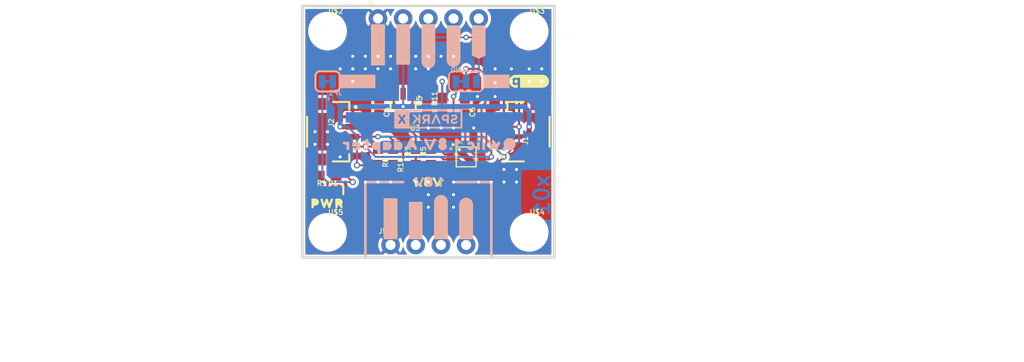
<source format=kicad_pcb>
(kicad_pcb (version 20211014) (generator pcbnew)
  (layers (0 "F.Cu" signal) (31 "B.Cu" signal) (34 "B.Paste" user) (35 "F.Paste" user) (36 "B.SilkS" user "B.Silkscreen") (37 "F.SilkS" user "F.Silkscreen") (38 "B.Mask" user) (39 "F.Mask" user) (44 "Edge.Cuts" user))
  (net 0 "")
  (net 1 "GND")
  (net 2 "SCL1_8")
  (net 3 "SDA1_8")
  (net 4 "1.8V")
  (net 5 "N$40")
  (net 6 "SCL3_3")
  (net 7 "SDA3_3")
  (net 8 "3.3V")
  (net 9 "N$1")
  (net 10 "EN")
  (net 11 "N$2")
  (net 12 "N$3")
  (footprint "eagleBoard:0603" (layer "F.Cu") (at 148.3741 102.4636 90)
    (fp_text reference "C5" (at 0 -0.762 90) (layer "F.SilkS") (effects (font (size 0.512064 0.512064) (thickness 0.097536)) (justify left)))
    (fp_text value "1.0uF")
    (pad "1" smd rect (at -0.85 0 90) (size 1.1 1) (layers "F.Cu" "F.Paste" "F.Mask") (net 4 "1.8V"))
    (pad "2" smd rect (at 0.85 0 90) (size 1.1 1) (layers "F.Cu" "F.Paste" "F.Mask") (net 1 "GND"))
  )
  (footprint "eagleBoard:#_GND#0" (layer "F.Cu") (at 144.6911 116.1796 90)
    (fp_text reference "U$1" hide)
    (fp_text value "" hide)
  )
  (footprint "eagleBoard:0603" (layer "F.Cu") (at 144.9451 107.5436 -90)
    (fp_text reference "R10" (at 0 -0.762 90) (layer "F.SilkS") (effects (font (size 0.512064 0.512064) (thickness 0.097536)) (justify right)))
    (fp_text value "2.2k")
    (pad "1" smd rect (at -0.85 0 270) (size 1.1 1) (layers "F.Cu" "F.Paste" "F.Mask") (net 7 "SDA3_3"))
    (pad "2" smd rect (at 0.85 0 270) (size 1.1 1) (layers "F.Cu" "F.Paste" "F.Mask") (net 8 "3.3V"))
  )
  (footprint "eagleBoard:CREATIVE_COMMONS" (layer "F.Cu") (at 125.6411 127.8636)
    (fp_text reference "FRAME1" hide)
    (fp_text value "FRAME-LETTER" hide)
  )
  (footprint "eagleBoard:0603" (layer "F.Cu") (at 148.7551 107.5436 90)
    (fp_text reference "R5" (at 0 -0.762 90) (layer "F.SilkS") (effects (font (size 0.512064 0.512064) (thickness 0.097536)) (justify left)))
    (fp_text value "2.2k")
    (pad "1" smd rect (at -0.85 0 90) (size 1.1 1) (layers "F.Cu" "F.Paste" "F.Mask") (net 3 "SDA1_8"))
    (pad "2" smd rect (at 0.85 0 90) (size 1.1 1) (layers "F.Cu" "F.Paste" "F.Mask") (net 4 "1.8V"))
  )
  (footprint "eagleBoard:QWIIC_4MM" (layer "F.Cu") (at 158.6611 99.9236)
    (fp_text reference "U$16" hide)
    (fp_text value "" hide)
  )
  (footprint "eagleBoard:SOT23-5" (layer "F.Cu") (at 145.9611 102.4636 180)
    (fp_text reference "U3" (at -1.778 -2.159) (layer "F.SilkS") (effects (font (size 0.512064 0.512064) (thickness 0.097536)) (justify right)))
    (fp_text value "AP2127K-1.8V")
    (pad "1" smd rect (at -0.95 1.3001 180) (size 0.55 1.2) (layers "F.Cu" "F.Paste" "F.Mask") (net 8 "3.3V"))
    (pad "2" smd rect (at 0 1.3001 180) (size 0.55 1.2) (layers "F.Cu" "F.Paste" "F.Mask") (net 1 "GND"))
    (pad "3" smd rect (at 0.95 1.3001 180) (size 0.55 1.2) (layers "F.Cu" "F.Paste" "F.Mask") (net 8 "3.3V"))
    (pad "4" smd rect (at 0.95 -1.3001 180) (size 0.55 1.2) (layers "F.Cu" "F.Paste" "F.Mask"))
    (pad "5" smd rect (at -0.95 -1.3001 180) (size 0.55 1.2) (layers "F.Cu" "F.Paste" "F.Mask") (net 4 "1.8V"))
  )
  (footprint "eagleBoard:0603" (layer "F.Cu") (at 152.1841 102.4636 -90)
    (fp_text reference "C6" (at 0 -0.762 90) (layer "F.SilkS") (effects (font (size 0.512064 0.512064) (thickness 0.097536)) (justify right)))
    (fp_text value "100pF")
    (pad "1" smd rect (at -0.85 0 270) (size 1.1 1) (layers "F.Cu" "F.Paste" "F.Mask") (net 1 "GND"))
    (pad "2" smd rect (at 0.85 0 270) (size 1.1 1) (layers "F.Cu" "F.Paste" "F.Mask") (net 5 "N$40"))
  )
  (footprint "eagleBoard:#GND_#0" (layer "F.Cu") (at 143.4211 93.8276 90)
    (fp_text reference "U$10" hide)
    (fp_text value "" hide)
  )
  (footprint "eagleBoard:1#8V0" (layer "F.Cu") (at 148.5011 110.0836)
    (fp_text reference "U$15" hide)
    (fp_text value "" hide)
  )
  (footprint "eagleBoard:0603" (layer "F.Cu") (at 143.5481 102.4636 -90)
    (fp_text reference "C4" (at 0 -0.762 90) (layer "F.SilkS") (effects (font (size 0.512064 0.512064) (thickness 0.097536)) (justify right)))
    (fp_text value "1.0uF")
    (pad "1" smd rect (at -0.85 0 270) (size 1.1 1) (layers "F.Cu" "F.Paste" "F.Mask") (net 8 "3.3V"))
    (pad "2" smd rect (at 0.85 0 270) (size 1.1 1) (layers "F.Cu" "F.Paste" "F.Mask") (net 1 "GND"))
  )
  (footprint "eagleBoard:#EN_#0" (layer "F.Cu") (at 153.5811 93.9546 90)
    (fp_text reference "U$14" hide)
    (fp_text value "" hide)
  )
  (footprint "eagleBoard:STAND-OFF" (layer "F.Cu") (at 158.6611 94.8436)
    (fp_text reference "U$3" (at 0 -2.032) (layer "F.SilkS") (effects (font (size 0.512064 0.512064) (thickness 0.097536)) (justify left)))
    (fp_text value "")
    (pad "" np_thru_hole circle (at 0 0) (size 3.302 3.302) (drill 3.302) (layers *.Cu *.Mask))
  )
  (footprint "eagleBoard:#_SCL#0" (layer "F.Cu") (at 152.3111 116.1796 90)
    (fp_text reference "U$8" hide)
    (fp_text value "" hide)
  )
  (footprint "eagleBoard:STAND-OFF" (layer "F.Cu") (at 158.6611 115.1636)
    (fp_text reference "U$4" (at 0 -2.032) (layer "F.SilkS") (effects (font (size 0.512064 0.512064) (thickness 0.097536)) (justify left)))
    (fp_text value "")
    (pad "" np_thru_hole circle (at 0 0) (size 3.302 3.302) (drill 3.302) (layers *.Cu *.Mask))
  )
  (footprint "eagleBoard:#3V3_#0" (layer "F.Cu") (at 145.9611 93.8276 90)
    (fp_text reference "U$11" hide)
    (fp_text value "" hide)
  )
  (footprint "eagleBoard:#SCL_#0" (layer "F.Cu") (at 151.0411 93.9546 90)
    (fp_text reference "U$13" hide)
    (fp_text value "" hide)
  )
  (footprint "eagleBoard:1X05_NO_SILK" (layer "F.Cu") (at 143.4211 93.5736)
    (fp_text reference "J4" (at -1.27 -1.397) (layer "F.SilkS") (effects (font (size 0.512064 0.512064) (thickness 0.097536)) (justify left)))
    (fp_text value "")
    (pad "1" thru_hole circle (at 0 0 90) (size 1.8796 1.8796) (drill 1.016) (layers *.Cu *.Mask) (net 1 "GND"))
    (pad "2" thru_hole circle (at 2.54 0 90) (size 1.8796 1.8796) (drill 1.016) (layers *.Cu *.Mask) (net 8 "3.3V"))
    (pad "3" thru_hole circle (at 5.08 0 90) (size 1.8796 1.8796) (drill 1.016) (layers *.Cu *.Mask) (net 7 "SDA3_3"))
    (pad "4" thru_hole circle (at 7.62 0 90) (size 1.8796 1.8796) (drill 1.016) (layers *.Cu *.Mask) (net 6 "SCL3_3"))
    (pad "5" thru_hole circle (at 10.16 0 90) (size 1.8796 1.8796) (drill 1.016) (layers *.Cu *.Mask) (net 10 "EN"))
  )
  (footprint "eagleBoard:0603" (layer "F.Cu") (at 147.2311 107.5436 90)
    (fp_text reference "R7" (at 0 -0.762 90) (layer "F.SilkS") (effects (font (size 0.512064 0.512064) (thickness 0.097536)) (justify left)))
    (fp_text value "2.2k")
    (pad "1" smd rect (at -0.85 0 90) (size 1.1 1) (layers "F.Cu" "F.Paste" "F.Mask") (net 2 "SCL1_8"))
    (pad "2" smd rect (at 0.85 0 90) (size 1.1 1) (layers "F.Cu" "F.Paste" "F.Mask") (net 4 "1.8V"))
  )
  (footprint "eagleBoard:STAND-OFF" (layer "F.Cu") (at 138.3411 94.8436)
    (fp_text reference "U$2" (at 0 -2.032) (layer "F.SilkS") (effects (font (size 0.512064 0.512064) (thickness 0.097536)) (justify left)))
    (fp_text value "")
    (pad "" np_thru_hole circle (at 0 0) (size 3.302 3.302) (drill 3.302) (layers *.Cu *.Mask))
  )
  (footprint "eagleBoard:#_SDA#0" (layer "F.Cu") (at 149.7711 116.1796 90)
    (fp_text reference "U$7" hide)
    (fp_text value "" hide)
  )
  (footprint "eagleBoard:VSSOP_8PIN" (layer "F.Cu") (at 152.3111 107.5436)
    (fp_text reference "U4" (at -1.22 -1.434) (layer "F.SilkS") (effects (font (size 0.4632 0.4632) (thickness 0.0368)) (justify left)))
    (fp_text value "")
    (pad "P1" smd rect (at -1.55 -0.75) (size 0.8 0.3) (layers "F.Cu") (net 1 "GND"))
    (pad "P2" smd rect (at -1.55 -0.25) (size 0.8 0.3) (layers "F.Cu") (net 4 "1.8V"))
    (pad "P3" smd rect (at -1.55 0.25) (size 0.8 0.3) (layers "F.Cu") (net 2 "SCL1_8"))
    (pad "P4" smd rect (at -1.55 0.75) (size 0.8 0.3) (layers "F.Cu") (net 3 "SDA1_8"))
    (pad "P5" smd rect (at 1.55 0.75) (size 0.8 0.3) (layers "F.Cu") (net 7 "SDA3_3"))
    (pad "P6" smd rect (at 1.55 0.25) (size 0.8 0.3) (layers "F.Cu") (net 6 "SCL3_3"))
    (pad "P7" smd rect (at 1.55 -0.25) (size 0.8 0.3) (layers "F.Cu") (net 5 "N$40"))
    (pad "P8" smd rect (at 1.55 -0.75) (size 0.8 0.3) (layers "F.Cu") (net 9 "N$1"))
  )
  (footprint "eagleBoard:STAND-OFF" (layer "F.Cu") (at 138.3411 115.1636)
    (fp_text reference "U$5" (at 0 -2.032) (layer "F.SilkS") (effects (font (size 0.512064 0.512064) (thickness 0.097536)) (justify left)))
    (fp_text value "")
    (pad "" np_thru_hole circle (at 0 0) (size 3.302 3.302) (drill 3.302) (layers *.Cu *.Mask))
  )
  (footprint "eagleBoard:#SDA_#0" (layer "F.Cu") (at 148.5011 93.8276 90)
    (fp_text reference "U$12" hide)
    (fp_text value "" hide)
  )
  (footprint "eagleBoard:0603" (layer "F.Cu") (at 138.3411 109.4486 180)
    (fp_text reference "R1" (at 0 -0.762) (layer "F.SilkS") (effects (font (size 0.512064 0.512064) (thickness 0.097536)) (justify right)))
    (fp_text value "1k")
    (pad "1" smd rect (at -0.85 0 180) (size 1.1 1) (layers "F.Cu" "F.Paste" "F.Mask") (net 12 "N$3"))
    (pad "2" smd rect (at 0.85 0 180) (size 1.1 1) (layers "F.Cu" "F.Paste" "F.Mask") (net 11 "N$2"))
  )
  (footprint "eagleBoard:#_1V8#0" (layer "F.Cu") (at 147.2311 116.1796 90)
    (fp_text reference "U$6" hide)
    (fp_text value "" hide)
  )
  (footprint "eagleBoard:JST04_1MM_RA" (layer "F.Cu") (at 140.8811 105.0036 -90)
    (fp_text reference "J2" (at -1.397 2.159 90) (layer "F.SilkS") (effects (font (size 0.512064 0.512064) (thickness 0.097536)) (justify right)))
    (fp_text value "QWIIC_RIGHT_ANGLE")
    (pad "1" smd rect (at -1.5 0 270) (size 0.6 1.35) (layers "F.Cu" "F.Paste" "F.Mask") (net 1 "GND"))
    (pad "2" smd rect (at -0.5 0 270) (size 0.6 1.35) (layers "F.Cu" "F.Paste" "F.Mask") (net 8 "3.3V"))
    (pad "3" smd rect (at 0.5 0 270) (size 0.6 1.35) (layers "F.Cu" "F.Paste" "F.Mask") (net 7 "SDA3_3"))
    (pad "4" smd rect (at 1.5 0 270) (size 0.6 1.35) (layers "F.Cu" "F.Paste" "F.Mask") (net 6 "SCL3_3"))
    (pad "NC1" smd rect (at 2.8 3.675 270) (size 1.2 2) (layers "F.Cu" "F.Paste" "F.Mask"))
    (pad "NC2" smd rect (at -2.8 3.675 270) (size 1.2 2) (layers "F.Cu" "F.Paste" "F.Mask"))
  )
  (footprint "eagleBoard:0603" (layer "F.Cu") (at 149.8981 102.4636 90)
    (fp_text reference "R11" (at 0 -0.762 90) (layer "F.SilkS") (effects (font (size 0.512064 0.512064) (thickness 0.097536)) (justify left)))
    (fp_text value "200k")
    (pad "1" smd rect (at -0.85 0 90) (size 1.1 1) (layers "F.Cu" "F.Paste" "F.Mask") (net 5 "N$40"))
    (pad "2" smd rect (at 0.85 0 90) (size 1.1 1) (layers "F.Cu" "F.Paste" "F.Mask") (net 8 "3.3V"))
  )
  (footprint "eagleBoard:0603" (layer "F.Cu") (at 143.4211 107.5436 -90)
    (fp_text reference "R8" (at 0 -0.762 90) (layer "F.SilkS") (effects (font (size 0.512064 0.512064) (thickness 0.097536)) (justify right)))
    (fp_text value "2.2k")
    (pad "1" smd rect (at -0.85 0 270) (size 1.1 1) (layers "F.Cu" "F.Paste" "F.Mask") (net 6 "SCL3_3"))
    (pad "2" smd rect (at 0.85 0 270) (size 1.1 1) (layers "F.Cu" "F.Paste" "F.Mask") (net 8 "3.3V"))
  )
  (footprint "eagleBoard:1X04_NO_SILK" (layer "F.Cu") (at 144.6911 116.4336)
    (fp_text reference "J5" (at -1.27 -1.397) (layer "F.SilkS") (effects (font (size 0.512064 0.512064) (thickness 0.097536)) (justify left)))
    (fp_text value "")
    (pad "1" thru_hole circle (at 0 0 90) (size 1.8796 1.8796) (drill 1.016) (layers *.Cu *.Mask) (net 1 "GND"))
    (pad "2" thru_hole circle (at 2.54 0 90) (size 1.8796 1.8796) (drill 1.016) (layers *.Cu *.Mask) (net 4 "1.8V"))
    (pad "3" thru_hole circle (at 5.08 0 90) (size 1.8796 1.8796) (drill 1.016) (layers *.Cu *.Mask) (net 3 "SDA1_8"))
    (pad "4" thru_hole circle (at 7.62 0 90) (size 1.8796 1.8796) (drill 1.016) (layers *.Cu *.Mask) (net 2 "SCL1_8"))
  )
  (footprint "eagleBoard:LED-0603" (layer "F.Cu") (at 138.3411 110.8456)
    (fp_text reference "D1" (at 0 -0.635) (layer "F.SilkS") (effects (font (size 0.512064 0.512064) (thickness 0.097536)) (justify left)))
    (fp_text value "RED")
    (pad "A" smd roundrect (at -0.877 0 270) (size 1 1) (layers "F.Cu" "F.Paste" "F.Mask") (roundrect_rratio 0.15) (net 11 "N$2"))
    (pad "C" smd roundrect (at 0.877 0 270) (size 1 1) (layers "F.Cu" "F.Paste" "F.Mask") (roundrect_rratio 0.15) (net 1 "GND"))
  )
  (footprint "eagleBoard:PWR0" (layer "F.Cu") (at 138.3411 112.2426)
    (fp_text reference "U$9" hide)
    (fp_text value "" hide)
  )
  (footprint "eagleBoard:JST04_1MM_RA" (layer "F.Cu") (at 156.1211 105.0036 90)
    (fp_text reference "J1" (at -1.397 2.159 90) (layer "F.SilkS") (effects (font (size 0.512064 0.512064) (thickness 0.097536)) (justify left)))
    (fp_text value "QWIIC_RIGHT_ANGLE")
    (pad "1" smd rect (at -1.5 0 90) (size 0.6 1.35) (layers "F.Cu" "F.Paste" "F.Mask") (net 1 "GND"))
    (pad "2" smd rect (at -0.5 0 90) (size 0.6 1.35) (layers "F.Cu" "F.Paste" "F.Mask") (net 8 "3.3V"))
    (pad "3" smd rect (at 0.5 0 90) (size 0.6 1.35) (layers "F.Cu" "F.Paste" "F.Mask") (net 7 "SDA3_3"))
    (pad "4" smd rect (at 1.5 0 90) (size 0.6 1.35) (layers "F.Cu" "F.Paste" "F.Mask") (net 6 "SCL3_3"))
    (pad "NC1" smd rect (at 2.8 3.675 90) (size 1.2 2) (layers "F.Cu" "F.Paste" "F.Mask"))
    (pad "NC2" smd rect (at -2.8 3.675 90) (size 1.2 2) (layers "F.Cu" "F.Paste" "F.Mask"))
  )
  (footprint "eagleBoard:#_SCL#0" (layer "B.Cu") (at 152.3111 116.1796 90)
    (fp_text reference "U$20" hide)
    (fp_text value "" hide)
  )
  (footprint "eagleBoard:SMT-JUMPER_3_1-NC_TRACE_SILK" (layer "B.Cu") (at 152.3111 99.9236 180)
    (fp_text reference "EN0" (at 0 1.143) (layer "B.SilkS") (effects (font (size 0.512064 0.512064) (thickness 0.097536)) (justify left mirror)))
    (fp_text value "JUMPER-SMT_3_1-NC_TRACE_SILK")
    (fp_poly (pts (xy 0.7112 -0.13335) (xy -0.19685 -0.13335) (xy -0.19685 0.13335) (xy 0.7112 0.13335)) (layer "B.Cu") (width 0) (fill solid))
    (pad "1" smd rect (at -1.0414 0 180) (size 0.6604 1.27) (layers "B.Cu" "B.Mask") (net 10 "EN"))
    (pad "2" smd rect (at 0 0 180) (size 0.6604 1.27) (layers "B.Cu" "B.Mask") (net 9 "N$1"))
    (pad "3" smd rect (at 1.0414 0 180) (size 0.6604 1.27) (layers "B.Cu" "B.Mask") (net 5 "N$40"))
  )
  (footprint "eagleBoard:#SCL_#0" (layer "B.Cu") (at 151.0411 93.9546 90)
    (fp_text reference "U$24" hide)
    (fp_text value "" hide)
  )
  (footprint "eagleBoard:#_SDA#0" (layer "B.Cu") (at 149.7711 116.1796 90)
    (fp_text reference "U$19" hide)
    (fp_text value "" hide)
  )
  (footprint "eagleBoard:#3V3_#0" (layer "B.Cu") (at 145.9611 93.8276 90)
    (fp_text reference "U$22" hide)
    (fp_text value "" hide)
  )
  (footprint "eagleBoard:#LED#0" (layer "B.Cu") (at 141.3891 99.9236 180)
    (fp_text reference "U$30" hide)
    (fp_text value "" hide)
  )
  (footprint "eagleBoard:#SDA_#0" (layer "B.Cu") (at 148.5011 93.8276 90)
    (fp_text reference "U$23" hide)
    (fp_text value "" hide)
  )
  (footprint "eagleBoard:QWIIC_1#8V_ADAPTER0" (layer "B.Cu") (at 148.5011 106.2736 180)
    (fp_text reference "U$28" hide)
    (fp_text value "" hide)
  )
  (footprint "eagleBoard:#_GND#0" (layer "B.Cu") (at 144.6911 116.1796 90)
    (fp_text reference "U$17" hide)
    (fp_text value "" hide)
  )
  (footprint "eagleBoard:#_1V8#0" (layer "B.Cu") (at 147.2311 116.1796 90)
    (fp_text reference "U$18" hide)
    (fp_text value "" hide)
  )
  (footprint "eagleBoard:#GND_#0" (layer "B.Cu") (at 143.4211 93.8276 90)
    (fp_text reference "U$21" hide)
    (fp_text value "" hide)
  )
  (footprint "eagleBoard:1#8V0" (layer "B.Cu") (at 148.5011 110.0836 180)
    (fp_text reference "U$26" hide)
    (fp_text value "" hide)
  )
  (footprint "eagleBoard:#EN#0" (layer "B.Cu") (at 155.3591 99.9236 180)
    (fp_text reference "U$27" hide)
    (fp_text value "" hide)
  )
  (footprint "eagleBoard:#EN_#0" (layer "B.Cu") (at 153.5811 93.9546 90)
    (fp_text reference "U$25" hide)
    (fp_text value "" hide)
  )
  (footprint "eagleBoard:SMT-JUMPER_2_NC_TRACE_SILK" (layer "B.Cu") (at 138.3411 99.9236)
    (fp_text reference "JP1" (at 0 1.143) (layer "B.SilkS") (effects (font (size 0.512064 0.512064) (thickness 0.097536)) (justify right mirror)))
    (fp_text value "JUMPER-SMT_2_NC_TRACE_SILK")
    (fp_poly (pts (xy 0.1905 -0.13335) (xy -0.70485 -0.13335) (xy -0.70485 0.13335) (xy 0.1905 0.13335)) (layer "B.Cu") (width 0) (fill solid))
    (pad "1" smd rect (at -0.5207 0) (size 0.6604 1.27) (layers "B.Cu" "B.Mask") (net 12 "N$3"))
    (pad "2" smd rect (at 0.5207 0) (size 0.6604 1.27) (layers "B.Cu" "B.Mask") (net 8 "3.3V"))
  )
  (footprint "eagleBoard:SPARKX-SMALL" (layer "B.Cu") (at 148.5011 103.7336 180)
    (fp_text reference "U$29" hide)
    (fp_text value "" hide)
  )
  (gr_line (start 145.9611 110.0836) (end 142.1511 110.0836) (layer "B.SilkS") (width 0.254))
  (gr_line (start 154.8511 110.0836) (end 151.0411 110.0836) (layer "B.SilkS") (width 0.254))
  (gr_line (start 142.1511 117.7036) (end 142.1511 110.0836) (layer "B.SilkS") (width 0.254))
  (gr_line (start 154.8511 110.0836) (end 154.8511 117.7036) (layer "B.SilkS") (width 0.254))
  (gr_line (start 142.1511 117.7036) (end 142.1511 110.0836) (layer "F.SilkS") (width 0.254))
  (gr_line (start 154.8511 110.0836) (end 154.8511 117.7036) (layer "F.SilkS") (width 0.254))
  (gr_line (start 151.0411 110.0836) (end 154.8511 110.0836) (layer "F.SilkS") (width 0.254))
  (gr_line (start 142.1511 110.0836) (end 145.9611 110.0836) (layer "F.SilkS") (width 0.254))
  (gr_line (start 161.2011 117.7036) (end 135.8011 117.7036) (layer "Edge.Cuts") (width 0.254))
  (gr_line (start 161.2011 92.3036) (end 161.2011 117.7036) (layer "Edge.Cuts") (width 0.254))
  (gr_line (start 135.8011 117.7036) (end 135.8011 92.3036) (layer "Edge.Cuts") (width 0.254))
  (gr_line (start 135.8011 92.3036) (end 161.2011 92.3036) (layer "Edge.Cuts") (width 0.254))
  (gr_text "x01" (at 160.8201 109.1946 -270) (layer "B.Cu") (effects (font (size 1.5113 1.5113) (thickness 0.2667)) (justify left bottom mirror)))
  (segment (start 150.7731 106.7816) (end 151.6761 106.7816) (width 0.254) (layer "F.Cu") (net 1))
  (segment (start 150.7611 106.7936) (end 150.7731 106.7816) (width 0.254) (layer "F.Cu") (net 1))
  (via (at 140.8811 97.3836) (size 0.5588) (drill 0.3048) (layers "F.Cu" "B.Cu") (net 1))
  (via (at 149.7711 97.3836) (size 0.5588) (drill 0.3048) (layers "F.Cu" "B.Cu") (net 1))
  (via (at 155.2321 101.4476) (size 0.5588) (drill 0.3048) (layers "F.Cu" "B.Cu") (net 1))
  (via (at 151.0411 104.6226) (size 0.5588) (drill 0.3048) (layers "F.Cu" "B.Cu") (net 1))
  (via (at 153.4541 101.4476) (size 0.5588) (drill 0.3048) (layers "F.Cu" "B.Cu") (net 1))
  (via (at 151.0411 97.3836) (size 0.5588) (drill 0.3048) (layers "F.Cu" "B.Cu") (net 1))
  (via (at 157.3911 108.8136) (size 0.5588) (drill 0.3048) (layers "F.Cu" "B.Cu") (net 1))
  (via (at 157.3911 110.0836) (size 0.5588) (drill 0.3048) (layers "F.Cu" "B.Cu") (net 1))
  (via (at 147.2311 110.0836) (size 0.5588) (drill 0.3048) (layers "F.Cu" "B.Cu") (net 1))
  (via (at 137.0711 106.2736) (size 0.5588) (drill 0.3048) (layers "F.Cu" "B.Cu") (net 1))
  (via (at 158.6611 99.9236) (size 0.5588) (drill 0.3048) (layers "F.Cu" "B.Cu") (net 1))
  (via (at 142.1511 97.3836) (size 0.5588) (drill 0.3048) (layers "F.Cu" "B.Cu") (net 1))
  (via (at 147.2311 98.6536) (size 0.5588) (drill 0.3048) (layers "F.Cu" "B.Cu") (net 1))
  (via (at 144.6911 98.6536) (size 0.5588) (drill 0.3048) (layers "F.Cu" "B.Cu") (net 1))
  (via (at 143.4211 98.6536) (size 0.5588) (drill 0.3048) (layers "F.Cu" "B.Cu") (net 1))
  (via (at 148.5011 104.6226) (size 0.5588) (drill 0.3048) (layers "F.Cu" "B.Cu") (net 1))
  (via (at 155.2321 100.0506) (size 0.5588) (drill 0.3048) (layers "F.Cu" "B.Cu") (net 1))
  (via (at 151.0411 112.6236) (size 0.5588) (drill 0.3048) (layers "F.Cu" "B.Cu") (net 1))
  (via (at 143.4211 97.3836) (size 0.5588) (drill 0.3048) (layers "F.Cu" "B.Cu") (net 1))
  (via (at 144.6911 97.3836) (size 0.5588) (drill 0.3048) (layers "F.Cu" "B.Cu") (net 1))
  (via (at 156.8831 99.9236) (size 0.5588) (drill 0.3048) (layers "F.Cu" "B.Cu") (net 1))
  (via (at 154.8511 110.0836) (size 0.5588) (drill 0.3048) (layers "F.Cu" "B.Cu") (net 1))
  (via (at 148.5011 111.3536) (size 0.5588) (drill 0.3048) (layers "F.Cu" "B.Cu") (net 1))
  (via (at 153.0731 104.6226) (size 0.5588) (drill 0.3048) (layers "F.Cu" "B.Cu") (net 1))
  (via (at 138.3411 106.2736) (size 0.5588) (drill 0.3048) (layers "F.Cu" "B.Cu") (net 1))
  (via (at 143.4211 110.0836) (size 0.5588) (drill 0.3048) (layers "F.Cu" "B.Cu") (net 1))
  (via (at 142.1511 98.6536) (size 0.5588) (drill 0.3048) (layers "F.Cu" "B.Cu") (net 1))
  (via (at 138.3411 105.0036) (size 0.5588) (drill 0.3048) (layers "F.Cu" "B.Cu") (net 1))
  (via (at 142.1511 110.0836) (size 0.5588) (drill 0.3048) (layers "F.Cu" "B.Cu") (net 1))
  (via (at 139.6111 107.5436) (size 0.5588) (drill 0.3048) (layers "F.Cu" "B.Cu") (net 1))
  (via (at 155.2321 98.6536) (size 0.5588) (drill 0.3048) (layers "F.Cu" "B.Cu") (net 1))
  (via (at 144.6911 110.0836) (size 0.5588) (drill 0.3048) (layers "F.Cu" "B.Cu") (net 1))
  (via (at 151.0411 111.3536) (size 0.5588) (drill 0.3048) (layers "F.Cu" "B.Cu") (net 1))
  (via (at 158.6611 98.6536) (size 0.5588) (drill 0.3048) (layers "F.Cu" "B.Cu") (net 1))
  (via (at 148.5011 97.3836) (size 0.5588) (drill 0.3048) (layers "F.Cu" "B.Cu") (net 1))
  (via (at 149.7711 104.6226) (size 0.5588) (drill 0.3048) (layers "F.Cu" "B.Cu") (net 1))
  (via (at 153.5811 110.0836) (size 0.5588) (drill 0.3048) (layers "F.Cu" "B.Cu") (net 1))
  (via (at 156.1211 108.8136) (size 0.5588) (drill 0.3048) (layers "F.Cu" "B.Cu") (net 1))
  (via (at 148.5011 98.6536) (size 0.5588) (drill 0.3048) (layers "F.Cu" "B.Cu") (net 1))
  (via (at 140.8811 99.9236) (size 0.5588) (drill 0.3048) (layers "F.Cu" "B.Cu") (net 1))
  (via (at 151.0411 110.0836) (size 0.5588) (drill 0.3048) (layers "F.Cu" "B.Cu") (net 1))
  (via (at 139.6111 98.6536) (size 0.5588) (drill 0.3048) (layers "F.Cu" "B.Cu") (net 1))
  (via (at 140.8811 98.6536) (size 0.5588) (drill 0.3048) (layers "F.Cu" "B.Cu") (net 1))
  (via (at 148.5011 110.0836) (size 0.5588) (drill 0.3048) (layers "F.Cu" "B.Cu") (net 1))
  (via (at 147.2311 97.3836) (size 0.5588) (drill 0.3048) (layers "F.Cu" "B.Cu") (net 1))
  (via (at 156.1211 110.0836) (size 0.5588) (drill 0.3048) (layers "F.Cu" "B.Cu") (net 1))
  (via (at 156.8831 98.6536) (size 0.5588) (drill 0.3048) (layers "F.Cu" "B.Cu") (net 1))
  (via (at 148.5011 112.6236) (size 0.5588) (drill 0.3048) (layers "F.Cu" "B.Cu") (net 1))
  (via (at 159.9311 99.9236) (size 0.5588) (drill 0.3048) (layers "F.Cu" "B.Cu") (net 1))
  (via (at 137.0711 105.0036) (size 0.5588) (drill 0.3048) (layers "F.Cu" "B.Cu") (net 1))
  (via (at 159.9311 98.6536) (size 0.5588) (drill 0.3048) (layers "F.Cu" "B.Cu") (net 1))
  (segment (start 150.7611 107.7936) (end 151.5451 107.7936) (width 0.2032) (layer "F.Cu") (net 2))
  (segment (start 150.0211 107.7936) (end 149.7711 107.5436) (width 0.2032) (layer "F.Cu") (net 2))
  (segment (start 149.7711 107.5436) (end 147.3581 107.5436) (width 0.2032) (layer "F.Cu") (net 2))
  (segment (start 152.3111 108.5596) (end 152.3111 116.4336) (width 0.2032) (layer "F.Cu") (net 2))
  (segment (start 150.7611 107.7936) (end 150.0211 107.7936) (width 0.2032) (layer "F.Cu") (net 2))
  (segment (start 151.5451 107.7936) (end 152.3111 108.5596) (width 0.2032) (layer "F.Cu") (net 2))
  (segment (start 147.2311 107.6706) (end 147.2311 108.3936) (width 0.2032) (layer "F.Cu") (net 2))
  (segment (start 147.3581 107.5436) (end 147.2311 107.6706) (width 0.2032) (layer "F.Cu") (net 2))
  (segment (start 150.7611 108.2936) (end 149.7711 108.2936) (width 0.2032) (layer "F.Cu") (net 3))
  (segment (start 149.7711 108.2936) (end 148.8551 108.2936) (width 0.2032) (layer "F.Cu") (net 3))
  (segment (start 148.8551 108.2936) (end 148.7551 108.3936) (width 0.2032) (layer "F.Cu") (net 3))
  (segment (start 149.7711 116.4336) (end 149.7711 108.2936) (width 0.2032) (layer "F.Cu") (net 3))
  (segment (start 146.3421 106.6546) (end 147.1921 106.6546) (width 0.2032) (layer "F.Cu") (net 4))
  (segment (start 150.1561 107.2936) (end 149.5561 106.6936) (width 0.2032) (layer "F.Cu") (net 4))
  (segment (start 145.9611 110.0836) (end 145.9611 107.0356) (width 0.2032) (layer "F.Cu") (net 4))
  (segment (start 146.9111 105.0646) (end 147.2311 105.3846) (width 0.2032) (layer "F.Cu") (net 4))
  (segment (start 147.1921 106.6546) (end 147.2311 106.6936) (width 0.2032) (layer "F.Cu") (net 4))
  (segment (start 147.2311 105.3846) (end 147.2311 106.6936) (width 0.2032) (layer "F.Cu") (net 4))
  (segment (start 145.9611 107.0356) (end 146.3421 106.6546) (width 0.2032) (layer "F.Cu") (net 4))
  (segment (start 149.5561 106.6936) (end 148.7551 106.6936) (width 0.2032) (layer "F.Cu") (net 4))
  (segment (start 150.1561 107.2936) (end 150.7611 107.2936) (width 0.2032) (layer "F.Cu") (net 4))
  (segment (start 146.9111 103.7637) (end 147.924 103.7637) (width 0.2032) (layer "F.Cu") (net 4))
  (segment (start 147.2311 106.6936) (end 148.7551 106.6936) (width 0.2032) (layer "F.Cu") (net 4))
  (segment (start 147.2311 116.4336) (end 147.2311 111.3536) (width 0.2032) (layer "F.Cu") (net 4))
  (segment (start 147.2311 111.3536) (end 145.9611 110.0836) (width 0.2032) (layer "F.Cu") (net 4))
  (segment (start 146.9111 103.7637) (end 146.9111 105.0646) (width 0.2032) (layer "F.Cu") (net 4))
  (segment (start 147.924 103.7637) (end 148.3741 103.3136) (width 0.2032) (layer "F.Cu") (net 4))
  (segment (start 152.2281 103.2696) (end 152.1841 103.3136) (width 0.2032) (layer "F.Cu") (net 5))
  (segment (start 152.2281 106.4446) (end 152.2281 103.3966) (width 0.2032) (layer "F.Cu") (net 5))
  (segment (start 151.0411 103.7336) (end 150.3181 103.7336) (width 0.2032) (layer "F.Cu") (net 5))
  (segment (start 151.8911 103.7336) (end 152.2281 103.3966) (width 0.2032) (layer "F.Cu") (net 5))
  (segment (start 151.8911 103.7336) (end 151.0411 103.7336) (width 0.2032) (layer "F.Cu") (net 5))
  (segment (start 153.0771 107.2936) (end 152.2281 106.4446) (width 0.2032) (layer "F.Cu") (net 5))
  (segment (start 151.0411 103.7336) (end 151.0411 101.4476) (width 0.2032) (layer "F.Cu") (net 5))
  (segment (start 150.3181 103.7336) (end 149.8981 103.3136) (width 0.2032) (layer "F.Cu") (net 5))
  (segment (start 152.2281 103.3966) (end 152.2281 103.2696) (width 0.2032) (layer "F.Cu") (net 5))
  (segment (start 153.8611 107.2936) (end 153.0771 107.2936) (width 0.2032) (layer "F.Cu") (net 5))
  (via (at 151.0411 101.4476) (size 0.5588) (drill 0.3048) (layers "F.Cu" "B.Cu") (net 5))
  (segment (start 151.2697 101.219) (end 151.0411 101.4476) (width 0.2032) (layer "B.Cu") (net 5))
  (segment (start 151.2697 99.9236) (end 151.2697 101.219) (width 0.2032) (layer "B.Cu") (net 5))
  (segment (start 151.0411 95.4786) (end 151.0411 93.5736) (width 0.2032) (layer "F.Cu") (net 6))
  (segment (start 156.1211 97.3836) (end 154.8511 96.1136) (width 0.2032) (layer "F.Cu") (net 6))
  (segment (start 153.8611 107.7936) (end 154.6011 107.7936) (width 0.2032) (layer "F.Cu") (net 6))
  (segment (start 140.8811 106.5036) (end 142.1511 106.5036) (width 0.2032) (layer "F.Cu") (net 6))
  (segment (start 143.2311 106.5036) (end 143.4211 106.6936) (width 0.2032) (layer "F.Cu") (net 6))
  (segment (start 151.6761 96.1136) (end 151.0411 95.4786) (width 0.2032) (layer "F.Cu") (net 6))
  (segment (start 156.1211 103.5036) (end 155.0811 103.5036) (width 0.2032) (layer "F.Cu") (net 6))
  (segment (start 154.8511 96.1136) (end 151.6761 96.1136) (width 0.2032) (layer "F.Cu") (net 6))
  (segment (start 154.8511 103.7336) (end 154.8511 107.5436) (width 0.2032) (layer "F.Cu") (net 6))
  (segment (start 156.1211 103.5036) (end 156.1211 97.3836) (width 0.2032) (layer "F.Cu") (net 6))
  (segment (start 154.6011 107.7936) (end 154.8511 107.5436) (width 0.2032) (layer "F.Cu") (net 6))
  (segment (start 142.1511 106.5036) (end 143.2311 106.5036) (width 0.2032) (layer "F.Cu") (net 6))
  (segment (start 155.0811 103.5036) (end 154.8511 103.7336) (width 0.2032) (layer "F.Cu") (net 6))
  (via (at 154.8511 107.5436) (size 0.5588) (drill 0.3048) (layers "F.Cu" "B.Cu") (net 6))
  (via (at 142.1511 106.5036) (size 0.5588) (drill 0.3048) (layers "F.Cu" "B.Cu") (net 6))
  (segment (start 154.8511 107.5436) (end 143.1911 107.5436) (width 0.2032) (layer "B.Cu") (net 6))
  (segment (start 143.1911 107.5436) (end 142.1511 106.5036) (width 0.2032) (layer "B.Cu") (net 6))
  (segment (start 140.8811 105.5036) (end 143.4211 105.5036) (width 0.2032) (layer "F.Cu") (net 7))
  (segment (start 155.3711 108.2936) (end 153.8611 108.2936) (width 0.2032) (layer "F.Cu") (net 7))
  (segment (start 155.1051 95.4786) (end 152.3111 95.4786) (width 0.2032) (layer "F.Cu") (net 7))
  (segment (start 157.6451 104.4956) (end 157.6451 98.0186) (width 0.2032) (layer "F.Cu") (net 7))
  (segment (start 156.1211 104.5036) (end 157.6371 104.5036) (width 0.2032) (layer "F.Cu") (net 7))
  (segment (start 143.4211 105.5036) (end 144.5561 105.5036) (width 0.2032) (layer "F.Cu") (net 7))
  (segment (start 157.6371 104.5036) (end 157.6451 104.4956) (width 0.2032) (layer "F.Cu") (net 7))
  (segment (start 144.9451 105.8926) (end 144.9451 106.6936) (width 0.2032) (layer "F.Cu") (net 7))
  (segment (start 157.6451 98.0186) (end 155.1051 95.4786) (width 0.2032) (layer "F.Cu") (net 7))
  (segment (start 156.1211 107.5436) (end 155.3711 108.2936) (width 0.2032) (layer "F.Cu") (net 7))
  (segment (start 144.5561 105.5036) (end 144.9451 105.8926) (width 0.2032) (layer "F.Cu") (net 7))
  (via (at 152.3111 95.4786) (size 0.5588) (drill 0.3048) (layers "F.Cu" "B.Cu") (net 7))
  (via (at 157.6451 104.4956) (size 0.5588) (drill 0.3048) (layers "F.Cu" "B.Cu") (net 7))
  (via (at 156.1211 107.5436) (size 0.5588) (drill 0.3048) (layers "F.Cu" "B.Cu") (net 7))
  (via (at 143.4211 105.5036) (size 0.5588) (drill 0.3048) (layers "F.Cu" "B.Cu") (net 7))
  (segment (start 143.4211 105.5036) (end 154.0811 105.5036) (width 0.2032) (layer "B.Cu") (net 7))
  (segment (start 157.6451 106.0196) (end 156.1211 107.5436) (width 0.2032) (layer "B.Cu") (net 7))
  (segment (start 149.0091 95.4786) (end 148.5011 94.9706) (width 0.2032) (layer "B.Cu") (net 7))
  (segment (start 152.3111 95.4786) (end 149.0091 95.4786) (width 0.2032) (layer "B.Cu") (net 7))
  (segment (start 154.0811 105.5036) (end 156.1211 107.5436) (width 0.2032) (layer "B.Cu") (net 7))
  (segment (start 157.6451 104.4956) (end 157.6451 106.0196) (width 0.2032) (layer "B.Cu") (net 7))
  (segment (start 148.5011 94.9706) (end 148.5011 93.5736) (width 0.2032) (layer "B.Cu") (net 7))
  (segment (start 141.3011 108.3936) (end 144.9451 108.3936) (width 0.2032) (layer "F.Cu") (net 8))
  (segment (start 156.1291 105.5116) (end 156.1211 105.5036) (width 0.508) (layer "F.Cu") (net 8))
  (segment (start 145.3261 102.4636) (end 145.9611 102.4636) (width 0.2032) (layer "F.Cu") (net 8))
  (segment (start 144.9451 108.3936) (end 143.4211 108.3936) (width 0.2032) (layer "F.Cu") (net 8))
  (segment (start 149.8981 99.9236) (end 149.8981 101.6136) (width 0.2032) (layer "F.Cu") (net 8))
  (segment (start 139.6191 104.5036) (end 139.6111 104.4956) (width 0.508) (layer "F.Cu") (net 8))
  (segment (start 140.8811 104.5036) (end 139.6191 104.5036) (width 0.508) (layer "F.Cu") (net 8))
  (segment (start 145.0111 102.1486) (end 145.3261 102.4636) (width 0.2032) (layer "F.Cu") (net 8))
  (segment (start 146.5961 102.4636) (end 146.9111 102.1486) (width 0.2032) (layer "F.Cu") (net 8))
  (segment (start 146.9111 102.1486) (end 146.9111 101.1635) (width 0.2032) (layer "F.Cu") (net 8))
  (segment (start 143.5481 101.6136) (end 143.9982 101.1635) (width 0.2032) (layer "F.Cu") (net 8))
  (segment (start 158.6611 104.4956) (end 158.6611 105.0036) (width 0.508) (layer "F.Cu") (net 8))
  (segment (start 145.0111 101.1635) (end 145.0111 102.1486) (width 0.2032) (layer "F.Cu") (net 8))
  (segment (start 143.9982 101.1635) (end 145.0111 101.1635) (width 0.2032) (layer "F.Cu") (net 8))
  (segment (start 145.9611 102.4636) (end 146.5961 102.4636) (width 0.2032) (layer "F.Cu") (net 8))
  (segment (start 158.6611 105.0036) (end 158.1531 105.5116) (width 0.508) (layer "F.Cu") (net 8))
  (segment (start 158.1531 105.5116) (end 156.1291 105.5116) (width 0.508) (layer "F.Cu") (net 8))
  (via (at 145.9611 102.4636) (size 0.5588) (drill 0.3048) (layers "F.Cu" "B.Cu") (net 8))
  (via (at 141.3011 108.3936) (size 0.635) (drill 0.381) (layers "F.Cu" "B.Cu") (net 8))
  (via (at 158.6611 104.4956) (size 0.5588) (drill 0.3048) (layers "F.Cu" "B.Cu") (net 8))
  (via (at 139.6111 104.4956) (size 0.5588) (drill 0.3048) (layers "F.Cu" "B.Cu") (net 8))
  (via (at 149.8981 99.9236) (size 0.5588) (drill 0.3048) (layers "F.Cu" "B.Cu") (net 8))
  (segment (start 145.9611 93.5736) (end 145.9611 102.4636) (width 0.2032) (layer "B.Cu") (net 8))
  (segment (start 139.6111 102.4636) (end 145.9611 102.4636) (width 0.508) (layer "B.Cu") (net 8))
  (segment (start 141.3011 105.4236) (end 141.3011 108.3936) (width 0.2032) (layer "B.Cu") (net 8))
  (segment (start 149.8981 102.4636) (end 158.1531 102.4636) (width 0.508) (layer "B.Cu") (net 8))
  (segment (start 139.6111 104.4956) (end 139.6111 102.4636) (width 0.508) (layer "B.Cu") (net 8))
  (segment (start 140.3731 104.4956) (end 141.3011 105.4236) (width 0.2032) (layer "B.Cu") (net 8))
  (segment (start 158.6611 102.9716) (end 158.6611 104.4956) (width 0.508) (layer "B.Cu") (net 8))
  (segment (start 139.6111 104.4956) (end 140.3731 104.4956) (width 0.2032) (layer "B.Cu") (net 8))
  (segment (start 158.1531 102.4636) (end 158.6611 102.9716) (width 0.508) (layer "B.Cu") (net 8))
  (segment (start 138.8618 101.7143) (end 139.6111 102.4636) (width 0.2032) (layer "B.Cu") (net 8))
  (segment (start 149.8981 99.9236) (end 149.8981 102.4636) (width 0.2032) (layer "B.Cu") (net 8))
  (segment (start 138.8618 99.9236) (end 138.8618 101.7143) (width 0.2032) (layer "B.Cu") (net 8))
  (segment (start 145.9611 102.4636) (end 149.8981 102.4636) (width 0.508) (layer "B.Cu") (net 8))
  (segment (start 154.2421 99.3146) (end 154.2421 102.0946) (width 0.2032) (layer "F.Cu") (net 9))
  (segment (start 153.5811 98.6536) (end 152.3111 98.6536) (width 0.2032) (layer "F.Cu") (net 9))
  (segment (start 154.2421 99.3146) (end 153.5811 98.6536) (width 0.2032) (layer "F.Cu") (net 9))
  (segment (start 154.2421 102.0946) (end 153.8611 102.4756) (width 0.2032) (layer "F.Cu") (net 9))
  (segment (start 153.8611 106.7936) (end 153.8611 102.4756) (width 0.2032) (layer "F.Cu") (net 9))
  (via (at 152.3111 98.6536) (size 0.5588) (drill 0.3048) (layers "F.Cu" "B.Cu") (net 9))
  (segment (start 152.3111 99.9236) (end 152.3111 98.6536) (width 0.2032) (layer "B.Cu") (net 9))
  (segment (start 153.3525 99.9236) (end 153.5811 99.695) (width 0.2032) (layer "B.Cu") (net 10))
  (segment (start 153.5811 99.695) (end 153.5811 93.5736) (width 0.2032) (layer "B.Cu") (net 10))
  (segment (start 137.4911 110.8186) (end 137.4641 110.8456) (width 0.2032) (layer "F.Cu") (net 11))
  (segment (start 137.4911 109.4486) (end 137.4911 110.8186) (width 0.2032) (layer "F.Cu") (net 11))
  (segment (start 140.8811 110.0836) (end 140.2461 109.4486) (width 0.2032) (layer "F.Cu") (net 12))
  (segment (start 140.2461 109.4486) (end 139.1911 109.4486) (width 0.2032) (layer "F.Cu") (net 12))
  (via (at 140.8811 110.0836) (size 0.635) (drill 0.381) (layers "F.Cu" "B.Cu") (net 12))
  (segment (start 138.3411 110.0836) (end 140.8811 110.0836) (width 0.2032) (layer "B.Cu") (net 12))
  (segment (start 137.8204 109.5629) (end 138.3411 110.0836) (width 0.2032) (layer "B.Cu") (net 12))
  (segment (start 137.8204 99.9236) (end 137.8204 109.5629) (width 0.2032) (layer "B.Cu") (net 12))
  (zone (net 1) (net_name "GND") (layer "F.Cu") (priority 6) (connect_pads (clearance 0.3048)) (min_thickness 0.127) (fill yes (thermal_gap 0.304) (thermal_bridge_width 0.304))
    (polygon (pts (xy 161.3281 117.8306) (xy 135.6741 117.8306) (xy 135.6741 92.1766) (xy 161.3281 92.1766)))
  )
  (zone (net 1) (net_name "GND") (layer "B.Cu") (priority 6) (connect_pads (clearance 0.3048)) (min_thickness 0.127) (fill yes (thermal_gap 0.304) (thermal_bridge_width 0.304))
    (polygon (pts (xy 161.3281 117.8306) (xy 135.6741 117.8306) (xy 135.6741 92.1766) (xy 161.3281 92.1766)))
  )
)
</source>
